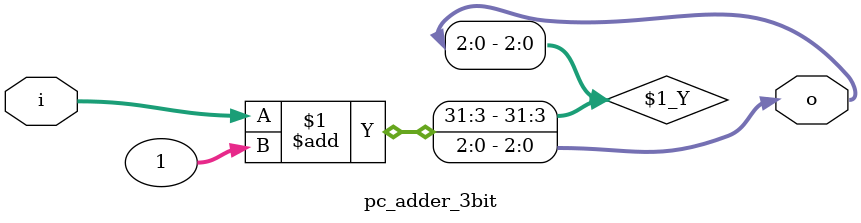
<source format=v>
module pc_adder_3bit (
    input wire [2:0] i,
    output wire [2:0] o
);
assign o = i + 1;
endmodule
</source>
